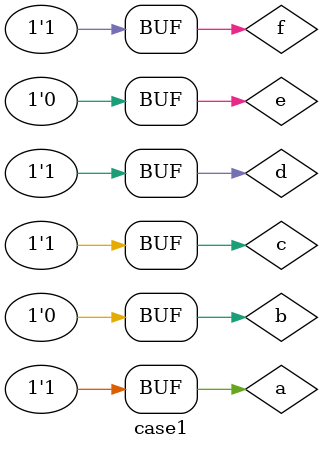
<source format=v>
module case1;
reg a,b,c,d,e,f;
initial 
begin
  #10 a=1;
  #2 b=0;
  #4 c=1;
end
initial
begin
  #10 d<=1;
  #2 e<=0;
  #4 f<=1;
end 
endmodule
</source>
